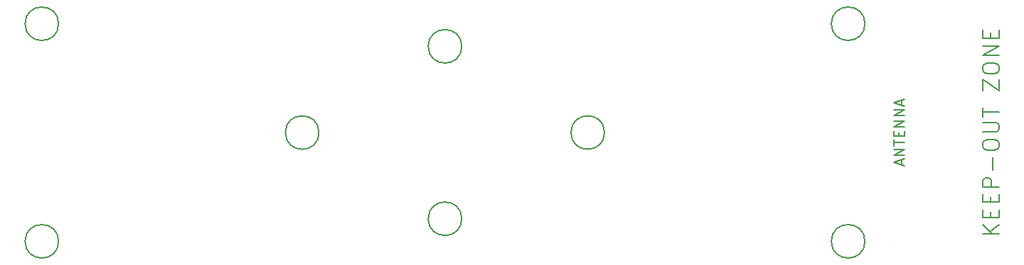
<source format=gbr>
%TF.GenerationSoftware,KiCad,Pcbnew,8.0.0*%
%TF.CreationDate,2024-12-15T19:06:57+00:00*%
%TF.ProjectId,main-board,6d61696e-2d62-46f6-9172-642e6b696361,rev?*%
%TF.SameCoordinates,Original*%
%TF.FileFunction,Other,Comment*%
%FSLAX46Y46*%
G04 Gerber Fmt 4.6, Leading zero omitted, Abs format (unit mm)*
G04 Created by KiCad (PCBNEW 8.0.0) date 2024-12-15 19:06:57*
%MOMM*%
%LPD*%
G01*
G04 APERTURE LIST*
%ADD10C,0.150000*%
G04 APERTURE END LIST*
D10*
X166007438Y-112142857D02*
X164007438Y-112142857D01*
X166007438Y-111000000D02*
X164864580Y-111857143D01*
X164007438Y-111000000D02*
X165150295Y-112142857D01*
X164959819Y-110142857D02*
X164959819Y-109476190D01*
X166007438Y-109190476D02*
X166007438Y-110142857D01*
X166007438Y-110142857D02*
X164007438Y-110142857D01*
X164007438Y-110142857D02*
X164007438Y-109190476D01*
X164959819Y-108333333D02*
X164959819Y-107666666D01*
X166007438Y-107380952D02*
X166007438Y-108333333D01*
X166007438Y-108333333D02*
X164007438Y-108333333D01*
X164007438Y-108333333D02*
X164007438Y-107380952D01*
X166007438Y-106523809D02*
X164007438Y-106523809D01*
X164007438Y-106523809D02*
X164007438Y-105761904D01*
X164007438Y-105761904D02*
X164102676Y-105571428D01*
X164102676Y-105571428D02*
X164197914Y-105476190D01*
X164197914Y-105476190D02*
X164388390Y-105380952D01*
X164388390Y-105380952D02*
X164674104Y-105380952D01*
X164674104Y-105380952D02*
X164864580Y-105476190D01*
X164864580Y-105476190D02*
X164959819Y-105571428D01*
X164959819Y-105571428D02*
X165055057Y-105761904D01*
X165055057Y-105761904D02*
X165055057Y-106523809D01*
X165245533Y-104523809D02*
X165245533Y-103000000D01*
X164007438Y-101666667D02*
X164007438Y-101285714D01*
X164007438Y-101285714D02*
X164102676Y-101095238D01*
X164102676Y-101095238D02*
X164293152Y-100904762D01*
X164293152Y-100904762D02*
X164674104Y-100809524D01*
X164674104Y-100809524D02*
X165340771Y-100809524D01*
X165340771Y-100809524D02*
X165721723Y-100904762D01*
X165721723Y-100904762D02*
X165912200Y-101095238D01*
X165912200Y-101095238D02*
X166007438Y-101285714D01*
X166007438Y-101285714D02*
X166007438Y-101666667D01*
X166007438Y-101666667D02*
X165912200Y-101857143D01*
X165912200Y-101857143D02*
X165721723Y-102047619D01*
X165721723Y-102047619D02*
X165340771Y-102142857D01*
X165340771Y-102142857D02*
X164674104Y-102142857D01*
X164674104Y-102142857D02*
X164293152Y-102047619D01*
X164293152Y-102047619D02*
X164102676Y-101857143D01*
X164102676Y-101857143D02*
X164007438Y-101666667D01*
X164007438Y-99952381D02*
X165626485Y-99952381D01*
X165626485Y-99952381D02*
X165816961Y-99857143D01*
X165816961Y-99857143D02*
X165912200Y-99761905D01*
X165912200Y-99761905D02*
X166007438Y-99571429D01*
X166007438Y-99571429D02*
X166007438Y-99190476D01*
X166007438Y-99190476D02*
X165912200Y-99000000D01*
X165912200Y-99000000D02*
X165816961Y-98904762D01*
X165816961Y-98904762D02*
X165626485Y-98809524D01*
X165626485Y-98809524D02*
X164007438Y-98809524D01*
X164007438Y-98142857D02*
X164007438Y-97000000D01*
X166007438Y-97571429D02*
X164007438Y-97571429D01*
X164007438Y-94999999D02*
X164007438Y-93666666D01*
X164007438Y-93666666D02*
X166007438Y-94999999D01*
X166007438Y-94999999D02*
X166007438Y-93666666D01*
X164007438Y-92523809D02*
X164007438Y-92142856D01*
X164007438Y-92142856D02*
X164102676Y-91952380D01*
X164102676Y-91952380D02*
X164293152Y-91761904D01*
X164293152Y-91761904D02*
X164674104Y-91666666D01*
X164674104Y-91666666D02*
X165340771Y-91666666D01*
X165340771Y-91666666D02*
X165721723Y-91761904D01*
X165721723Y-91761904D02*
X165912200Y-91952380D01*
X165912200Y-91952380D02*
X166007438Y-92142856D01*
X166007438Y-92142856D02*
X166007438Y-92523809D01*
X166007438Y-92523809D02*
X165912200Y-92714285D01*
X165912200Y-92714285D02*
X165721723Y-92904761D01*
X165721723Y-92904761D02*
X165340771Y-92999999D01*
X165340771Y-92999999D02*
X164674104Y-92999999D01*
X164674104Y-92999999D02*
X164293152Y-92904761D01*
X164293152Y-92904761D02*
X164102676Y-92714285D01*
X164102676Y-92714285D02*
X164007438Y-92523809D01*
X166007438Y-90809523D02*
X164007438Y-90809523D01*
X164007438Y-90809523D02*
X166007438Y-89666666D01*
X166007438Y-89666666D02*
X164007438Y-89666666D01*
X164959819Y-88714285D02*
X164959819Y-88047618D01*
X166007438Y-87761904D02*
X166007438Y-88714285D01*
X166007438Y-88714285D02*
X164007438Y-88714285D01*
X164007438Y-88714285D02*
X164007438Y-87761904D01*
X154363330Y-103839285D02*
X154363330Y-103244047D01*
X154720473Y-103958333D02*
X153470473Y-103541666D01*
X153470473Y-103541666D02*
X154720473Y-103125000D01*
X154720473Y-102708332D02*
X153470473Y-102708332D01*
X153470473Y-102708332D02*
X154720473Y-101994047D01*
X154720473Y-101994047D02*
X153470473Y-101994047D01*
X153470473Y-101577380D02*
X153470473Y-100863094D01*
X154720473Y-101220237D02*
X153470473Y-101220237D01*
X154065711Y-100446427D02*
X154065711Y-100029761D01*
X154720473Y-99851189D02*
X154720473Y-100446427D01*
X154720473Y-100446427D02*
X153470473Y-100446427D01*
X153470473Y-100446427D02*
X153470473Y-99851189D01*
X154720473Y-99315475D02*
X153470473Y-99315475D01*
X153470473Y-99315475D02*
X154720473Y-98601190D01*
X154720473Y-98601190D02*
X153470473Y-98601190D01*
X154720473Y-98005951D02*
X153470473Y-98005951D01*
X153470473Y-98005951D02*
X154720473Y-97291666D01*
X154720473Y-97291666D02*
X153470473Y-97291666D01*
X154363330Y-96755951D02*
X154363330Y-96160713D01*
X154720473Y-96874999D02*
X153470473Y-96458332D01*
X153470473Y-96458332D02*
X154720473Y-96041666D01*
%TO.C,H3*%
X102000000Y-89700000D02*
G75*
G02*
X98000000Y-89700000I-2000000J0D01*
G01*
X98000000Y-89700000D02*
G75*
G02*
X102000000Y-89700000I2000000J0D01*
G01*
%TO.C,H8*%
X119000000Y-100000000D02*
G75*
G02*
X115000000Y-100000000I-2000000J0D01*
G01*
X115000000Y-100000000D02*
G75*
G02*
X119000000Y-100000000I2000000J0D01*
G01*
%TO.C,H1*%
X54000000Y-87000000D02*
G75*
G02*
X50000000Y-87000000I-2000000J0D01*
G01*
X50000000Y-87000000D02*
G75*
G02*
X54000000Y-87000000I2000000J0D01*
G01*
%TO.C,H5*%
X150000000Y-87000000D02*
G75*
G02*
X146000000Y-87000000I-2000000J0D01*
G01*
X146000000Y-87000000D02*
G75*
G02*
X150000000Y-87000000I2000000J0D01*
G01*
%TO.C,H6*%
X150000000Y-113000000D02*
G75*
G02*
X146000000Y-113000000I-2000000J0D01*
G01*
X146000000Y-113000000D02*
G75*
G02*
X150000000Y-113000000I2000000J0D01*
G01*
%TO.C,H4*%
X102000000Y-110300000D02*
G75*
G02*
X98000000Y-110300000I-2000000J0D01*
G01*
X98000000Y-110300000D02*
G75*
G02*
X102000000Y-110300000I2000000J0D01*
G01*
%TO.C,H7*%
X85000000Y-100000000D02*
G75*
G02*
X81000000Y-100000000I-2000000J0D01*
G01*
X81000000Y-100000000D02*
G75*
G02*
X85000000Y-100000000I2000000J0D01*
G01*
%TO.C,H2*%
X54000000Y-113000000D02*
G75*
G02*
X50000000Y-113000000I-2000000J0D01*
G01*
X50000000Y-113000000D02*
G75*
G02*
X54000000Y-113000000I2000000J0D01*
G01*
%TD*%
M02*

</source>
